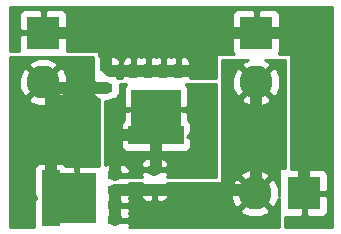
<source format=gbr>
G04 #@! TF.FileFunction,Copper,L1,Top,Signal*
%FSLAX46Y46*%
G04 Gerber Fmt 4.6, Leading zero omitted, Abs format (unit mm)*
G04 Created by KiCad (PCBNEW 4.0.7-e2-6376~58~ubuntu16.04.1) date Thu Jan  4 08:35:36 2018*
%MOMM*%
%LPD*%
G01*
G04 APERTURE LIST*
%ADD10C,0.100000*%
%ADD11R,2.800000X2.800000*%
%ADD12C,2.800000*%
%ADD13R,0.600000X0.900000*%
%ADD14R,0.900000X0.600000*%
%ADD15R,1.150000X0.700000*%
%ADD16R,1.550000X4.700000*%
%ADD17R,3.300000X4.200000*%
%ADD18R,0.700000X1.150000*%
%ADD19R,4.700000X1.550000*%
%ADD20R,4.200000X3.300000*%
%ADD21R,1.000000X0.670000*%
%ADD22C,1.000000*%
%ADD23C,0.254000*%
G04 APERTURE END LIST*
D10*
D11*
X118110000Y-77080000D03*
D12*
X118110000Y-81280000D03*
D11*
X136144000Y-77080000D03*
D12*
X136144000Y-81280000D03*
D11*
X140208000Y-90678000D03*
D12*
X136008000Y-90678000D03*
D13*
X121186000Y-92214000D03*
X122036000Y-92214000D03*
X120336000Y-92214000D03*
X121186000Y-89914000D03*
X122036000Y-89914000D03*
X120336000Y-89914000D03*
X120336000Y-91064000D03*
X122036000Y-91064000D03*
D14*
X118486000Y-92944000D03*
X118486000Y-89184000D03*
X118486000Y-91664000D03*
D15*
X124206000Y-91704000D03*
X124206000Y-92974000D03*
X124206000Y-90424000D03*
D16*
X118736000Y-91064000D03*
D17*
X120936000Y-91064000D03*
D15*
X124206000Y-89154000D03*
D14*
X118486000Y-90464000D03*
D13*
X121186000Y-91064000D03*
D14*
X128792000Y-83312000D03*
X128792000Y-82462000D03*
X128792000Y-84162000D03*
X126492000Y-83312000D03*
X126492000Y-82462000D03*
X126492000Y-84162000D03*
X127642000Y-84162000D03*
X127642000Y-82462000D03*
D13*
X129522000Y-86012000D03*
X125762000Y-86012000D03*
X128242000Y-86012000D03*
D18*
X128282000Y-80292000D03*
X129552000Y-80292000D03*
X127002000Y-80292000D03*
D19*
X127642000Y-85762000D03*
D20*
X127642000Y-83562000D03*
D18*
X125732000Y-80292000D03*
D13*
X127042000Y-86012000D03*
D14*
X127642000Y-83312000D03*
D21*
X127508000Y-90424000D03*
X127508000Y-88674000D03*
X123444000Y-80010000D03*
X123444000Y-81760000D03*
D22*
X136144000Y-77080000D02*
X140090000Y-77080000D01*
X140090000Y-77080000D02*
X140208000Y-77198000D01*
X131572000Y-77216000D02*
X131708000Y-77080000D01*
X131708000Y-77080000D02*
X136144000Y-77080000D01*
X123308000Y-77080000D02*
X123444000Y-77216000D01*
X123444000Y-77216000D02*
X123444000Y-80010000D01*
X118110000Y-77080000D02*
X123308000Y-77080000D01*
X140208000Y-77198000D02*
X140208000Y-90678000D01*
X131572000Y-80264000D02*
X131572000Y-77216000D01*
X131544000Y-80292000D02*
X131572000Y-80264000D01*
X129552000Y-80292000D02*
X131544000Y-80292000D01*
X125732000Y-80292000D02*
X123726000Y-80292000D01*
X123726000Y-80292000D02*
X123444000Y-80010000D01*
X128282000Y-80292000D02*
X129552000Y-80292000D01*
X127002000Y-80292000D02*
X128282000Y-80292000D01*
X125732000Y-80292000D02*
X127002000Y-80292000D01*
X123444000Y-77960000D02*
X123444000Y-80010000D01*
X118736000Y-91064000D02*
X118736000Y-81906000D01*
X118736000Y-81906000D02*
X118110000Y-81280000D01*
X123444000Y-81760000D02*
X118590000Y-81760000D01*
X118590000Y-81760000D02*
X118110000Y-81280000D01*
X120936000Y-91064000D02*
X118736000Y-91064000D01*
X136144000Y-81280000D02*
X136144000Y-90542000D01*
X136144000Y-90542000D02*
X136008000Y-90678000D01*
X127508000Y-90424000D02*
X135754000Y-90424000D01*
X135754000Y-90424000D02*
X136008000Y-90678000D01*
X124206000Y-90424000D02*
X127508000Y-90424000D01*
X124206000Y-91704000D02*
X124206000Y-92974000D01*
X124206000Y-90424000D02*
X124206000Y-91704000D01*
X135500000Y-90170000D02*
X136008000Y-90678000D01*
X127642000Y-83562000D02*
X127642000Y-88540000D01*
X127642000Y-88540000D02*
X127508000Y-88674000D01*
X127642000Y-85762000D02*
X127642000Y-83562000D01*
X124206000Y-89154000D02*
X124206000Y-85756000D01*
X124206000Y-85756000D02*
X124212000Y-85762000D01*
X124212000Y-85762000D02*
X124292000Y-85762000D01*
X124292000Y-85762000D02*
X127642000Y-85762000D01*
D23*
G36*
X132715000Y-89289000D02*
X128579339Y-89289000D01*
X128643000Y-89135309D01*
X128643000Y-88959750D01*
X128484250Y-88801000D01*
X127635000Y-88801000D01*
X127635000Y-88821000D01*
X127381000Y-88821000D01*
X127381000Y-88801000D01*
X126531750Y-88801000D01*
X126373000Y-88959750D01*
X126373000Y-89135309D01*
X126436661Y-89289000D01*
X125265250Y-89289000D01*
X125257250Y-89281000D01*
X124333000Y-89281000D01*
X124333000Y-89289000D01*
X124206000Y-89289000D01*
X124145672Y-89301000D01*
X124079000Y-89301000D01*
X124079000Y-89281000D01*
X124059000Y-89281000D01*
X124059000Y-89027000D01*
X124079000Y-89027000D01*
X124079000Y-88327750D01*
X124333000Y-88327750D01*
X124333000Y-89027000D01*
X125257250Y-89027000D01*
X125416000Y-88868250D01*
X125416000Y-88677691D01*
X125319327Y-88444302D01*
X125140699Y-88265673D01*
X125012790Y-88212691D01*
X126373000Y-88212691D01*
X126373000Y-88388250D01*
X126531750Y-88547000D01*
X127381000Y-88547000D01*
X127381000Y-87862750D01*
X127635000Y-87862750D01*
X127635000Y-88547000D01*
X128484250Y-88547000D01*
X128643000Y-88388250D01*
X128643000Y-88212691D01*
X128546327Y-87979302D01*
X128367699Y-87800673D01*
X128134310Y-87704000D01*
X127793750Y-87704000D01*
X127635000Y-87862750D01*
X127381000Y-87862750D01*
X127222250Y-87704000D01*
X126881690Y-87704000D01*
X126648301Y-87800673D01*
X126469673Y-87979302D01*
X126373000Y-88212691D01*
X125012790Y-88212691D01*
X124907310Y-88169000D01*
X124491750Y-88169000D01*
X124333000Y-88327750D01*
X124079000Y-88327750D01*
X123920250Y-88169000D01*
X123504690Y-88169000D01*
X123317000Y-88246744D01*
X123317000Y-82895000D01*
X123444000Y-82895000D01*
X123878346Y-82808603D01*
X123990445Y-82733701D01*
X124179317Y-82698162D01*
X124215053Y-82675167D01*
X124255410Y-82666994D01*
X124297035Y-82638553D01*
X124314761Y-82611006D01*
X124395441Y-82559090D01*
X124540431Y-82346890D01*
X124591440Y-82095000D01*
X124591440Y-81427000D01*
X125076791Y-81427000D01*
X125107792Y-81448182D01*
X125003673Y-81552301D01*
X124907000Y-81785690D01*
X124907000Y-83276250D01*
X125065750Y-83435000D01*
X125407000Y-83435000D01*
X125407000Y-83439002D01*
X125565748Y-83439002D01*
X125407000Y-83597750D01*
X125407000Y-83689000D01*
X125065750Y-83689000D01*
X124907000Y-83847750D01*
X124907000Y-84473975D01*
X124753673Y-84627301D01*
X124657000Y-84860690D01*
X124657000Y-85476250D01*
X124815750Y-85635000D01*
X124827000Y-85635000D01*
X124827000Y-85726250D01*
X124985748Y-85884998D01*
X124827000Y-85884998D01*
X124827000Y-85889000D01*
X124815750Y-85889000D01*
X124657000Y-86047750D01*
X124657000Y-86663310D01*
X124753673Y-86896699D01*
X124932302Y-87075327D01*
X125165691Y-87172000D01*
X127356250Y-87172000D01*
X127431250Y-87097000D01*
X127468309Y-87097000D01*
X127642000Y-87025055D01*
X127815691Y-87097000D01*
X127852750Y-87097000D01*
X127927750Y-87172000D01*
X130118309Y-87172000D01*
X130351698Y-87075327D01*
X130530327Y-86896699D01*
X130627000Y-86663310D01*
X130627000Y-86047750D01*
X130468250Y-85889000D01*
X130457000Y-85889000D01*
X130457000Y-85884998D01*
X130298252Y-85884998D01*
X130457000Y-85726250D01*
X130457000Y-85635000D01*
X130468250Y-85635000D01*
X130627000Y-85476250D01*
X130627000Y-84860690D01*
X130530327Y-84627301D01*
X130377000Y-84473975D01*
X130377000Y-83847750D01*
X130218250Y-83689000D01*
X129877000Y-83689000D01*
X129877000Y-83597750D01*
X129718252Y-83439002D01*
X129877000Y-83439002D01*
X129877000Y-83435000D01*
X130218250Y-83435000D01*
X130377000Y-83276250D01*
X130377000Y-81785690D01*
X130280327Y-81552301D01*
X130174354Y-81446329D01*
X130204393Y-81427000D01*
X131544000Y-81427000D01*
X131644547Y-81407000D01*
X132715000Y-81407000D01*
X132715000Y-89289000D01*
X132715000Y-89289000D01*
G37*
X132715000Y-89289000D02*
X128579339Y-89289000D01*
X128643000Y-89135309D01*
X128643000Y-88959750D01*
X128484250Y-88801000D01*
X127635000Y-88801000D01*
X127635000Y-88821000D01*
X127381000Y-88821000D01*
X127381000Y-88801000D01*
X126531750Y-88801000D01*
X126373000Y-88959750D01*
X126373000Y-89135309D01*
X126436661Y-89289000D01*
X125265250Y-89289000D01*
X125257250Y-89281000D01*
X124333000Y-89281000D01*
X124333000Y-89289000D01*
X124206000Y-89289000D01*
X124145672Y-89301000D01*
X124079000Y-89301000D01*
X124079000Y-89281000D01*
X124059000Y-89281000D01*
X124059000Y-89027000D01*
X124079000Y-89027000D01*
X124079000Y-88327750D01*
X124333000Y-88327750D01*
X124333000Y-89027000D01*
X125257250Y-89027000D01*
X125416000Y-88868250D01*
X125416000Y-88677691D01*
X125319327Y-88444302D01*
X125140699Y-88265673D01*
X125012790Y-88212691D01*
X126373000Y-88212691D01*
X126373000Y-88388250D01*
X126531750Y-88547000D01*
X127381000Y-88547000D01*
X127381000Y-87862750D01*
X127635000Y-87862750D01*
X127635000Y-88547000D01*
X128484250Y-88547000D01*
X128643000Y-88388250D01*
X128643000Y-88212691D01*
X128546327Y-87979302D01*
X128367699Y-87800673D01*
X128134310Y-87704000D01*
X127793750Y-87704000D01*
X127635000Y-87862750D01*
X127381000Y-87862750D01*
X127222250Y-87704000D01*
X126881690Y-87704000D01*
X126648301Y-87800673D01*
X126469673Y-87979302D01*
X126373000Y-88212691D01*
X125012790Y-88212691D01*
X124907310Y-88169000D01*
X124491750Y-88169000D01*
X124333000Y-88327750D01*
X124079000Y-88327750D01*
X123920250Y-88169000D01*
X123504690Y-88169000D01*
X123317000Y-88246744D01*
X123317000Y-82895000D01*
X123444000Y-82895000D01*
X123878346Y-82808603D01*
X123990445Y-82733701D01*
X124179317Y-82698162D01*
X124215053Y-82675167D01*
X124255410Y-82666994D01*
X124297035Y-82638553D01*
X124314761Y-82611006D01*
X124395441Y-82559090D01*
X124540431Y-82346890D01*
X124591440Y-82095000D01*
X124591440Y-81427000D01*
X125076791Y-81427000D01*
X125107792Y-81448182D01*
X125003673Y-81552301D01*
X124907000Y-81785690D01*
X124907000Y-83276250D01*
X125065750Y-83435000D01*
X125407000Y-83435000D01*
X125407000Y-83439002D01*
X125565748Y-83439002D01*
X125407000Y-83597750D01*
X125407000Y-83689000D01*
X125065750Y-83689000D01*
X124907000Y-83847750D01*
X124907000Y-84473975D01*
X124753673Y-84627301D01*
X124657000Y-84860690D01*
X124657000Y-85476250D01*
X124815750Y-85635000D01*
X124827000Y-85635000D01*
X124827000Y-85726250D01*
X124985748Y-85884998D01*
X124827000Y-85884998D01*
X124827000Y-85889000D01*
X124815750Y-85889000D01*
X124657000Y-86047750D01*
X124657000Y-86663310D01*
X124753673Y-86896699D01*
X124932302Y-87075327D01*
X125165691Y-87172000D01*
X127356250Y-87172000D01*
X127431250Y-87097000D01*
X127468309Y-87097000D01*
X127642000Y-87025055D01*
X127815691Y-87097000D01*
X127852750Y-87097000D01*
X127927750Y-87172000D01*
X130118309Y-87172000D01*
X130351698Y-87075327D01*
X130530327Y-86896699D01*
X130627000Y-86663310D01*
X130627000Y-86047750D01*
X130468250Y-85889000D01*
X130457000Y-85889000D01*
X130457000Y-85884998D01*
X130298252Y-85884998D01*
X130457000Y-85726250D01*
X130457000Y-85635000D01*
X130468250Y-85635000D01*
X130627000Y-85476250D01*
X130627000Y-84860690D01*
X130530327Y-84627301D01*
X130377000Y-84473975D01*
X130377000Y-83847750D01*
X130218250Y-83689000D01*
X129877000Y-83689000D01*
X129877000Y-83597750D01*
X129718252Y-83439002D01*
X129877000Y-83439002D01*
X129877000Y-83435000D01*
X130218250Y-83435000D01*
X130377000Y-83276250D01*
X130377000Y-81785690D01*
X130280327Y-81552301D01*
X130174354Y-81446329D01*
X130204393Y-81427000D01*
X131544000Y-81427000D01*
X131644547Y-81407000D01*
X132715000Y-81407000D01*
X132715000Y-89289000D01*
G36*
X127769000Y-83535750D02*
X127707000Y-83597750D01*
X127707000Y-83709000D01*
X127577000Y-83709000D01*
X127577000Y-83597750D01*
X127515000Y-83535750D01*
X127515000Y-83415000D01*
X127769000Y-83415000D01*
X127769000Y-83535750D01*
X127769000Y-83535750D01*
G37*
X127769000Y-83535750D02*
X127707000Y-83597750D01*
X127707000Y-83709000D01*
X127577000Y-83709000D01*
X127577000Y-83597750D01*
X127515000Y-83535750D01*
X127515000Y-83415000D01*
X127769000Y-83415000D01*
X127769000Y-83535750D01*
G36*
X116710000Y-79127440D02*
X119510000Y-79127440D01*
X119544226Y-79121000D01*
X122301000Y-79121000D01*
X122301000Y-79653074D01*
X122296560Y-79675000D01*
X122296560Y-80345000D01*
X122301000Y-80368597D01*
X122301000Y-81026000D01*
X122311006Y-81075410D01*
X122339447Y-81117035D01*
X122374817Y-81139795D01*
X122309000Y-81298691D01*
X122309000Y-81474250D01*
X122467750Y-81633000D01*
X123317000Y-81633000D01*
X123317000Y-81613000D01*
X123571000Y-81613000D01*
X123571000Y-81633000D01*
X123591000Y-81633000D01*
X123591000Y-81887000D01*
X123571000Y-81887000D01*
X123571000Y-81907000D01*
X123317000Y-81907000D01*
X123317000Y-81887000D01*
X122467750Y-81887000D01*
X122309000Y-82045750D01*
X122309000Y-82221309D01*
X122405673Y-82454698D01*
X122584301Y-82633327D01*
X122809000Y-82726400D01*
X122809000Y-88369050D01*
X122712310Y-88329000D01*
X121221750Y-88329000D01*
X121063000Y-88487750D01*
X121063000Y-88829000D01*
X121058998Y-88829000D01*
X121058998Y-88987748D01*
X120900250Y-88829000D01*
X120809000Y-88829000D01*
X120809000Y-88487750D01*
X120650250Y-88329000D01*
X120024025Y-88329000D01*
X119870699Y-88175673D01*
X119637310Y-88079000D01*
X119021750Y-88079000D01*
X118863000Y-88237750D01*
X118863000Y-88249000D01*
X118771750Y-88249000D01*
X118613002Y-88407748D01*
X118613002Y-88249000D01*
X118609000Y-88249000D01*
X118609000Y-88237750D01*
X118450250Y-88079000D01*
X117834690Y-88079000D01*
X117601301Y-88175673D01*
X117422673Y-88354302D01*
X117326000Y-88587691D01*
X117326000Y-90778250D01*
X117401000Y-90853250D01*
X117401000Y-90890309D01*
X117472945Y-91064000D01*
X117401000Y-91237691D01*
X117401000Y-91274750D01*
X117326000Y-91349750D01*
X117326000Y-93524000D01*
X115264000Y-93524000D01*
X115264000Y-82721724D01*
X116847882Y-82721724D01*
X116995455Y-83030106D01*
X117750031Y-83323405D01*
X118559409Y-83305614D01*
X119224545Y-83030106D01*
X119372118Y-82721724D01*
X118110000Y-81459605D01*
X116847882Y-82721724D01*
X115264000Y-82721724D01*
X115264000Y-80920031D01*
X116066595Y-80920031D01*
X116084386Y-81729409D01*
X116359894Y-82394545D01*
X116668276Y-82542118D01*
X117930395Y-81280000D01*
X118289605Y-81280000D01*
X119551724Y-82542118D01*
X119860106Y-82394545D01*
X120153405Y-81639969D01*
X120135614Y-80830591D01*
X119860106Y-80165455D01*
X119551724Y-80017882D01*
X118289605Y-81280000D01*
X117930395Y-81280000D01*
X116668276Y-80017882D01*
X116359894Y-80165455D01*
X116066595Y-80920031D01*
X115264000Y-80920031D01*
X115264000Y-79838276D01*
X116847882Y-79838276D01*
X118110000Y-81100395D01*
X119372118Y-79838276D01*
X119224545Y-79529894D01*
X118469969Y-79236595D01*
X117660591Y-79254386D01*
X116995455Y-79529894D01*
X116847882Y-79838276D01*
X115264000Y-79838276D01*
X115264000Y-79121000D01*
X116678198Y-79121000D01*
X116710000Y-79127440D01*
X116710000Y-79127440D01*
G37*
X116710000Y-79127440D02*
X119510000Y-79127440D01*
X119544226Y-79121000D01*
X122301000Y-79121000D01*
X122301000Y-79653074D01*
X122296560Y-79675000D01*
X122296560Y-80345000D01*
X122301000Y-80368597D01*
X122301000Y-81026000D01*
X122311006Y-81075410D01*
X122339447Y-81117035D01*
X122374817Y-81139795D01*
X122309000Y-81298691D01*
X122309000Y-81474250D01*
X122467750Y-81633000D01*
X123317000Y-81633000D01*
X123317000Y-81613000D01*
X123571000Y-81613000D01*
X123571000Y-81633000D01*
X123591000Y-81633000D01*
X123591000Y-81887000D01*
X123571000Y-81887000D01*
X123571000Y-81907000D01*
X123317000Y-81907000D01*
X123317000Y-81887000D01*
X122467750Y-81887000D01*
X122309000Y-82045750D01*
X122309000Y-82221309D01*
X122405673Y-82454698D01*
X122584301Y-82633327D01*
X122809000Y-82726400D01*
X122809000Y-88369050D01*
X122712310Y-88329000D01*
X121221750Y-88329000D01*
X121063000Y-88487750D01*
X121063000Y-88829000D01*
X121058998Y-88829000D01*
X121058998Y-88987748D01*
X120900250Y-88829000D01*
X120809000Y-88829000D01*
X120809000Y-88487750D01*
X120650250Y-88329000D01*
X120024025Y-88329000D01*
X119870699Y-88175673D01*
X119637310Y-88079000D01*
X119021750Y-88079000D01*
X118863000Y-88237750D01*
X118863000Y-88249000D01*
X118771750Y-88249000D01*
X118613002Y-88407748D01*
X118613002Y-88249000D01*
X118609000Y-88249000D01*
X118609000Y-88237750D01*
X118450250Y-88079000D01*
X117834690Y-88079000D01*
X117601301Y-88175673D01*
X117422673Y-88354302D01*
X117326000Y-88587691D01*
X117326000Y-90778250D01*
X117401000Y-90853250D01*
X117401000Y-90890309D01*
X117472945Y-91064000D01*
X117401000Y-91237691D01*
X117401000Y-91274750D01*
X117326000Y-91349750D01*
X117326000Y-93524000D01*
X115264000Y-93524000D01*
X115264000Y-82721724D01*
X116847882Y-82721724D01*
X116995455Y-83030106D01*
X117750031Y-83323405D01*
X118559409Y-83305614D01*
X119224545Y-83030106D01*
X119372118Y-82721724D01*
X118110000Y-81459605D01*
X116847882Y-82721724D01*
X115264000Y-82721724D01*
X115264000Y-80920031D01*
X116066595Y-80920031D01*
X116084386Y-81729409D01*
X116359894Y-82394545D01*
X116668276Y-82542118D01*
X117930395Y-81280000D01*
X118289605Y-81280000D01*
X119551724Y-82542118D01*
X119860106Y-82394545D01*
X120153405Y-81639969D01*
X120135614Y-80830591D01*
X119860106Y-80165455D01*
X119551724Y-80017882D01*
X118289605Y-81280000D01*
X117930395Y-81280000D01*
X116668276Y-80017882D01*
X116359894Y-80165455D01*
X116066595Y-80920031D01*
X115264000Y-80920031D01*
X115264000Y-79838276D01*
X116847882Y-79838276D01*
X118110000Y-81100395D01*
X119372118Y-79838276D01*
X119224545Y-79529894D01*
X118469969Y-79236595D01*
X117660591Y-79254386D01*
X116995455Y-79529894D01*
X116847882Y-79838276D01*
X115264000Y-79838276D01*
X115264000Y-79121000D01*
X116678198Y-79121000D01*
X116710000Y-79127440D01*
G36*
X121083000Y-91191000D02*
X120962250Y-91191000D01*
X120900250Y-91129000D01*
X120789000Y-91129000D01*
X120789000Y-90999000D01*
X120900250Y-90999000D01*
X120962250Y-90937000D01*
X121083000Y-90937000D01*
X121083000Y-91191000D01*
X121083000Y-91191000D01*
G37*
X121083000Y-91191000D02*
X120962250Y-91191000D01*
X120900250Y-91129000D01*
X120789000Y-91129000D01*
X120789000Y-90999000D01*
X120900250Y-90999000D01*
X120962250Y-90937000D01*
X121083000Y-90937000D01*
X121083000Y-91191000D01*
G36*
X135029455Y-79529894D02*
X134881882Y-79838276D01*
X136144000Y-81100395D01*
X137406118Y-79838276D01*
X137258545Y-79529894D01*
X136860046Y-79375000D01*
X138557000Y-79375000D01*
X138557000Y-88519000D01*
X138176000Y-88519000D01*
X138126590Y-88529006D01*
X138084965Y-88557447D01*
X138057685Y-88599841D01*
X138049000Y-88646000D01*
X138049000Y-90928557D01*
X138033614Y-90228591D01*
X137758106Y-89563455D01*
X137449724Y-89415882D01*
X136187605Y-90678000D01*
X137449724Y-91940118D01*
X137758106Y-91792545D01*
X138049000Y-91044156D01*
X138049000Y-93524000D01*
X125385476Y-93524000D01*
X125416000Y-93450309D01*
X125416000Y-93259750D01*
X125257250Y-93101000D01*
X124333000Y-93101000D01*
X124333000Y-93121000D01*
X124079000Y-93121000D01*
X124079000Y-93101000D01*
X124059000Y-93101000D01*
X124059000Y-92847000D01*
X124079000Y-92847000D01*
X124079000Y-91831000D01*
X124333000Y-91831000D01*
X124333000Y-92847000D01*
X125257250Y-92847000D01*
X125416000Y-92688250D01*
X125416000Y-92497691D01*
X125350268Y-92339000D01*
X125416000Y-92180309D01*
X125416000Y-92119724D01*
X134745882Y-92119724D01*
X134893455Y-92428106D01*
X135648031Y-92721405D01*
X136457409Y-92703614D01*
X137122545Y-92428106D01*
X137270118Y-92119724D01*
X136008000Y-90857605D01*
X134745882Y-92119724D01*
X125416000Y-92119724D01*
X125416000Y-91989750D01*
X125257250Y-91831000D01*
X124333000Y-91831000D01*
X124079000Y-91831000D01*
X124059000Y-91831000D01*
X124059000Y-91577000D01*
X124079000Y-91577000D01*
X124079000Y-90551000D01*
X124333000Y-90551000D01*
X124333000Y-91577000D01*
X125257250Y-91577000D01*
X125416000Y-91418250D01*
X125416000Y-91227691D01*
X125348197Y-91064000D01*
X125416000Y-90900309D01*
X125416000Y-90709750D01*
X126373000Y-90709750D01*
X126373000Y-90885309D01*
X126469673Y-91118698D01*
X126648301Y-91297327D01*
X126881690Y-91394000D01*
X127222250Y-91394000D01*
X127381000Y-91235250D01*
X127381000Y-90551000D01*
X127635000Y-90551000D01*
X127635000Y-91235250D01*
X127793750Y-91394000D01*
X128134310Y-91394000D01*
X128367699Y-91297327D01*
X128546327Y-91118698D01*
X128643000Y-90885309D01*
X128643000Y-90709750D01*
X128484250Y-90551000D01*
X127635000Y-90551000D01*
X127381000Y-90551000D01*
X126531750Y-90551000D01*
X126373000Y-90709750D01*
X125416000Y-90709750D01*
X125257250Y-90551000D01*
X124333000Y-90551000D01*
X124079000Y-90551000D01*
X124059000Y-90551000D01*
X124059000Y-90318031D01*
X133964595Y-90318031D01*
X133982386Y-91127409D01*
X134257894Y-91792545D01*
X134566276Y-91940118D01*
X135828395Y-90678000D01*
X134566276Y-89415882D01*
X134257894Y-89563455D01*
X133964595Y-90318031D01*
X124059000Y-90318031D01*
X124059000Y-90297000D01*
X124079000Y-90297000D01*
X124079000Y-90277000D01*
X124145672Y-90277000D01*
X124206000Y-90289000D01*
X124266328Y-90277000D01*
X124333000Y-90277000D01*
X124333000Y-90297000D01*
X125257250Y-90297000D01*
X125416000Y-90138250D01*
X125416000Y-89947691D01*
X125351981Y-89793137D01*
X125354808Y-89789000D01*
X126444945Y-89789000D01*
X126373000Y-89962691D01*
X126373000Y-90138250D01*
X126531750Y-90297000D01*
X127381000Y-90297000D01*
X127381000Y-90277000D01*
X127635000Y-90277000D01*
X127635000Y-90297000D01*
X128484250Y-90297000D01*
X128643000Y-90138250D01*
X128643000Y-89962691D01*
X128571055Y-89789000D01*
X133096000Y-89789000D01*
X133145410Y-89778994D01*
X133187035Y-89750553D01*
X133214315Y-89708159D01*
X133223000Y-89662000D01*
X133223000Y-89236276D01*
X134745882Y-89236276D01*
X136008000Y-90498395D01*
X137270118Y-89236276D01*
X137122545Y-88927894D01*
X136367969Y-88634595D01*
X135558591Y-88652386D01*
X134893455Y-88927894D01*
X134745882Y-89236276D01*
X133223000Y-89236276D01*
X133223000Y-82721724D01*
X134881882Y-82721724D01*
X135029455Y-83030106D01*
X135784031Y-83323405D01*
X136593409Y-83305614D01*
X137258545Y-83030106D01*
X137406118Y-82721724D01*
X136144000Y-81459605D01*
X134881882Y-82721724D01*
X133223000Y-82721724D01*
X133223000Y-80920031D01*
X134100595Y-80920031D01*
X134118386Y-81729409D01*
X134393894Y-82394545D01*
X134702276Y-82542118D01*
X135964395Y-81280000D01*
X136323605Y-81280000D01*
X137585724Y-82542118D01*
X137894106Y-82394545D01*
X138187405Y-81639969D01*
X138169614Y-80830591D01*
X137894106Y-80165455D01*
X137585724Y-80017882D01*
X136323605Y-81280000D01*
X135964395Y-81280000D01*
X134702276Y-80017882D01*
X134393894Y-80165455D01*
X134100595Y-80920031D01*
X133223000Y-80920031D01*
X133223000Y-79375000D01*
X135403403Y-79375000D01*
X135029455Y-79529894D01*
X135029455Y-79529894D01*
G37*
X135029455Y-79529894D02*
X134881882Y-79838276D01*
X136144000Y-81100395D01*
X137406118Y-79838276D01*
X137258545Y-79529894D01*
X136860046Y-79375000D01*
X138557000Y-79375000D01*
X138557000Y-88519000D01*
X138176000Y-88519000D01*
X138126590Y-88529006D01*
X138084965Y-88557447D01*
X138057685Y-88599841D01*
X138049000Y-88646000D01*
X138049000Y-90928557D01*
X138033614Y-90228591D01*
X137758106Y-89563455D01*
X137449724Y-89415882D01*
X136187605Y-90678000D01*
X137449724Y-91940118D01*
X137758106Y-91792545D01*
X138049000Y-91044156D01*
X138049000Y-93524000D01*
X125385476Y-93524000D01*
X125416000Y-93450309D01*
X125416000Y-93259750D01*
X125257250Y-93101000D01*
X124333000Y-93101000D01*
X124333000Y-93121000D01*
X124079000Y-93121000D01*
X124079000Y-93101000D01*
X124059000Y-93101000D01*
X124059000Y-92847000D01*
X124079000Y-92847000D01*
X124079000Y-91831000D01*
X124333000Y-91831000D01*
X124333000Y-92847000D01*
X125257250Y-92847000D01*
X125416000Y-92688250D01*
X125416000Y-92497691D01*
X125350268Y-92339000D01*
X125416000Y-92180309D01*
X125416000Y-92119724D01*
X134745882Y-92119724D01*
X134893455Y-92428106D01*
X135648031Y-92721405D01*
X136457409Y-92703614D01*
X137122545Y-92428106D01*
X137270118Y-92119724D01*
X136008000Y-90857605D01*
X134745882Y-92119724D01*
X125416000Y-92119724D01*
X125416000Y-91989750D01*
X125257250Y-91831000D01*
X124333000Y-91831000D01*
X124079000Y-91831000D01*
X124059000Y-91831000D01*
X124059000Y-91577000D01*
X124079000Y-91577000D01*
X124079000Y-90551000D01*
X124333000Y-90551000D01*
X124333000Y-91577000D01*
X125257250Y-91577000D01*
X125416000Y-91418250D01*
X125416000Y-91227691D01*
X125348197Y-91064000D01*
X125416000Y-90900309D01*
X125416000Y-90709750D01*
X126373000Y-90709750D01*
X126373000Y-90885309D01*
X126469673Y-91118698D01*
X126648301Y-91297327D01*
X126881690Y-91394000D01*
X127222250Y-91394000D01*
X127381000Y-91235250D01*
X127381000Y-90551000D01*
X127635000Y-90551000D01*
X127635000Y-91235250D01*
X127793750Y-91394000D01*
X128134310Y-91394000D01*
X128367699Y-91297327D01*
X128546327Y-91118698D01*
X128643000Y-90885309D01*
X128643000Y-90709750D01*
X128484250Y-90551000D01*
X127635000Y-90551000D01*
X127381000Y-90551000D01*
X126531750Y-90551000D01*
X126373000Y-90709750D01*
X125416000Y-90709750D01*
X125257250Y-90551000D01*
X124333000Y-90551000D01*
X124079000Y-90551000D01*
X124059000Y-90551000D01*
X124059000Y-90318031D01*
X133964595Y-90318031D01*
X133982386Y-91127409D01*
X134257894Y-91792545D01*
X134566276Y-91940118D01*
X135828395Y-90678000D01*
X134566276Y-89415882D01*
X134257894Y-89563455D01*
X133964595Y-90318031D01*
X124059000Y-90318031D01*
X124059000Y-90297000D01*
X124079000Y-90297000D01*
X124079000Y-90277000D01*
X124145672Y-90277000D01*
X124206000Y-90289000D01*
X124266328Y-90277000D01*
X124333000Y-90277000D01*
X124333000Y-90297000D01*
X125257250Y-90297000D01*
X125416000Y-90138250D01*
X125416000Y-89947691D01*
X125351981Y-89793137D01*
X125354808Y-89789000D01*
X126444945Y-89789000D01*
X126373000Y-89962691D01*
X126373000Y-90138250D01*
X126531750Y-90297000D01*
X127381000Y-90297000D01*
X127381000Y-90277000D01*
X127635000Y-90277000D01*
X127635000Y-90297000D01*
X128484250Y-90297000D01*
X128643000Y-90138250D01*
X128643000Y-89962691D01*
X128571055Y-89789000D01*
X133096000Y-89789000D01*
X133145410Y-89778994D01*
X133187035Y-89750553D01*
X133214315Y-89708159D01*
X133223000Y-89662000D01*
X133223000Y-89236276D01*
X134745882Y-89236276D01*
X136008000Y-90498395D01*
X137270118Y-89236276D01*
X137122545Y-88927894D01*
X136367969Y-88634595D01*
X135558591Y-88652386D01*
X134893455Y-88927894D01*
X134745882Y-89236276D01*
X133223000Y-89236276D01*
X133223000Y-82721724D01*
X134881882Y-82721724D01*
X135029455Y-83030106D01*
X135784031Y-83323405D01*
X136593409Y-83305614D01*
X137258545Y-83030106D01*
X137406118Y-82721724D01*
X136144000Y-81459605D01*
X134881882Y-82721724D01*
X133223000Y-82721724D01*
X133223000Y-80920031D01*
X134100595Y-80920031D01*
X134118386Y-81729409D01*
X134393894Y-82394545D01*
X134702276Y-82542118D01*
X135964395Y-81280000D01*
X136323605Y-81280000D01*
X137585724Y-82542118D01*
X137894106Y-82394545D01*
X138187405Y-81639969D01*
X138169614Y-80830591D01*
X137894106Y-80165455D01*
X137585724Y-80017882D01*
X136323605Y-81280000D01*
X135964395Y-81280000D01*
X134702276Y-80017882D01*
X134393894Y-80165455D01*
X134100595Y-80920031D01*
X133223000Y-80920031D01*
X133223000Y-79375000D01*
X135403403Y-79375000D01*
X135029455Y-79529894D01*
G36*
X142546000Y-93524000D02*
X138557000Y-93524000D01*
X138557000Y-92661352D01*
X138681690Y-92713000D01*
X139922250Y-92713000D01*
X140081000Y-92554250D01*
X140081000Y-90805000D01*
X140335000Y-90805000D01*
X140335000Y-92554250D01*
X140493750Y-92713000D01*
X141734310Y-92713000D01*
X141967699Y-92616327D01*
X142146327Y-92437698D01*
X142243000Y-92204309D01*
X142243000Y-90963750D01*
X142084250Y-90805000D01*
X140335000Y-90805000D01*
X140081000Y-90805000D01*
X140061000Y-90805000D01*
X140061000Y-90551000D01*
X140081000Y-90551000D01*
X140081000Y-88801750D01*
X140335000Y-88801750D01*
X140335000Y-90551000D01*
X142084250Y-90551000D01*
X142243000Y-90392250D01*
X142243000Y-89151691D01*
X142146327Y-88918302D01*
X141967699Y-88739673D01*
X141734310Y-88643000D01*
X140493750Y-88643000D01*
X140335000Y-88801750D01*
X140081000Y-88801750D01*
X139922250Y-88643000D01*
X139065000Y-88643000D01*
X139065000Y-78994000D01*
X139054994Y-78944590D01*
X139026553Y-78902965D01*
X138984159Y-78875685D01*
X138938000Y-78867000D01*
X138055026Y-78867000D01*
X138082327Y-78839699D01*
X138179000Y-78606310D01*
X138179000Y-77365750D01*
X138020250Y-77207000D01*
X136271000Y-77207000D01*
X136271000Y-77227000D01*
X136017000Y-77227000D01*
X136017000Y-77207000D01*
X134267750Y-77207000D01*
X134109000Y-77365750D01*
X134109000Y-78606310D01*
X134205673Y-78839699D01*
X134232974Y-78867000D01*
X132842000Y-78867000D01*
X132792590Y-78877006D01*
X132750965Y-78905447D01*
X132723685Y-78947841D01*
X132715000Y-78994000D01*
X132715000Y-80899000D01*
X130537000Y-80899000D01*
X130537000Y-80577750D01*
X130378250Y-80419000D01*
X129679000Y-80419000D01*
X129679000Y-80439000D01*
X129425000Y-80439000D01*
X129425000Y-80419000D01*
X128409000Y-80419000D01*
X128409000Y-80439000D01*
X128155000Y-80439000D01*
X128155000Y-80419000D01*
X127129000Y-80419000D01*
X127129000Y-80439000D01*
X126875000Y-80439000D01*
X126875000Y-80419000D01*
X125859000Y-80419000D01*
X125859000Y-80439000D01*
X125605000Y-80439000D01*
X125605000Y-80419000D01*
X124905750Y-80419000D01*
X124747000Y-80577750D01*
X124747000Y-80899000D01*
X124333000Y-80899000D01*
X124333000Y-80854026D01*
X124482327Y-80704698D01*
X124579000Y-80471309D01*
X124579000Y-80295750D01*
X124420250Y-80137000D01*
X123571000Y-80137000D01*
X123571000Y-80157000D01*
X123317000Y-80157000D01*
X123317000Y-80137000D01*
X123297000Y-80137000D01*
X123297000Y-79883000D01*
X123317000Y-79883000D01*
X123317000Y-79198750D01*
X123571000Y-79198750D01*
X123571000Y-79883000D01*
X124420250Y-79883000D01*
X124579000Y-79724250D01*
X124579000Y-79590690D01*
X124747000Y-79590690D01*
X124747000Y-80006250D01*
X124905750Y-80165000D01*
X125605000Y-80165000D01*
X125605000Y-79240750D01*
X125859000Y-79240750D01*
X125859000Y-80165000D01*
X126875000Y-80165000D01*
X126875000Y-79240750D01*
X127129000Y-79240750D01*
X127129000Y-80165000D01*
X128155000Y-80165000D01*
X128155000Y-79240750D01*
X128409000Y-79240750D01*
X128409000Y-80165000D01*
X129425000Y-80165000D01*
X129425000Y-79240750D01*
X129679000Y-79240750D01*
X129679000Y-80165000D01*
X130378250Y-80165000D01*
X130537000Y-80006250D01*
X130537000Y-79590690D01*
X130440327Y-79357301D01*
X130261698Y-79178673D01*
X130028309Y-79082000D01*
X129837750Y-79082000D01*
X129679000Y-79240750D01*
X129425000Y-79240750D01*
X129266250Y-79082000D01*
X129075691Y-79082000D01*
X128917000Y-79147732D01*
X128758309Y-79082000D01*
X128567750Y-79082000D01*
X128409000Y-79240750D01*
X128155000Y-79240750D01*
X127996250Y-79082000D01*
X127805691Y-79082000D01*
X127642000Y-79149803D01*
X127478309Y-79082000D01*
X127287750Y-79082000D01*
X127129000Y-79240750D01*
X126875000Y-79240750D01*
X126716250Y-79082000D01*
X126525691Y-79082000D01*
X126367000Y-79147732D01*
X126208309Y-79082000D01*
X126017750Y-79082000D01*
X125859000Y-79240750D01*
X125605000Y-79240750D01*
X125446250Y-79082000D01*
X125255691Y-79082000D01*
X125022302Y-79178673D01*
X124843673Y-79357301D01*
X124747000Y-79590690D01*
X124579000Y-79590690D01*
X124579000Y-79548691D01*
X124482327Y-79315302D01*
X124303699Y-79136673D01*
X124070310Y-79040000D01*
X123729750Y-79040000D01*
X123571000Y-79198750D01*
X123317000Y-79198750D01*
X123158250Y-79040000D01*
X122817690Y-79040000D01*
X122809000Y-79043600D01*
X122809000Y-78740000D01*
X122798994Y-78690590D01*
X122770553Y-78648965D01*
X122728159Y-78621685D01*
X122682000Y-78613000D01*
X120142229Y-78613000D01*
X120145000Y-78606310D01*
X120145000Y-77365750D01*
X119986250Y-77207000D01*
X118237000Y-77207000D01*
X118237000Y-77227000D01*
X117983000Y-77227000D01*
X117983000Y-77207000D01*
X116233750Y-77207000D01*
X116075000Y-77365750D01*
X116075000Y-78606310D01*
X116077771Y-78613000D01*
X115264000Y-78613000D01*
X115264000Y-75553690D01*
X116075000Y-75553690D01*
X116075000Y-76794250D01*
X116233750Y-76953000D01*
X117983000Y-76953000D01*
X117983000Y-75203750D01*
X118237000Y-75203750D01*
X118237000Y-76953000D01*
X119986250Y-76953000D01*
X120145000Y-76794250D01*
X120145000Y-75553690D01*
X134109000Y-75553690D01*
X134109000Y-76794250D01*
X134267750Y-76953000D01*
X136017000Y-76953000D01*
X136017000Y-75203750D01*
X136271000Y-75203750D01*
X136271000Y-76953000D01*
X138020250Y-76953000D01*
X138179000Y-76794250D01*
X138179000Y-75553690D01*
X138082327Y-75320301D01*
X137903698Y-75141673D01*
X137670309Y-75045000D01*
X136429750Y-75045000D01*
X136271000Y-75203750D01*
X136017000Y-75203750D01*
X135858250Y-75045000D01*
X134617691Y-75045000D01*
X134384302Y-75141673D01*
X134205673Y-75320301D01*
X134109000Y-75553690D01*
X120145000Y-75553690D01*
X120048327Y-75320301D01*
X119869698Y-75141673D01*
X119636309Y-75045000D01*
X118395750Y-75045000D01*
X118237000Y-75203750D01*
X117983000Y-75203750D01*
X117824250Y-75045000D01*
X116583691Y-75045000D01*
X116350302Y-75141673D01*
X116171673Y-75320301D01*
X116075000Y-75553690D01*
X115264000Y-75553690D01*
X115264000Y-74878000D01*
X142546000Y-74878000D01*
X142546000Y-93524000D01*
X142546000Y-93524000D01*
G37*
X142546000Y-93524000D02*
X138557000Y-93524000D01*
X138557000Y-92661352D01*
X138681690Y-92713000D01*
X139922250Y-92713000D01*
X140081000Y-92554250D01*
X140081000Y-90805000D01*
X140335000Y-90805000D01*
X140335000Y-92554250D01*
X140493750Y-92713000D01*
X141734310Y-92713000D01*
X141967699Y-92616327D01*
X142146327Y-92437698D01*
X142243000Y-92204309D01*
X142243000Y-90963750D01*
X142084250Y-90805000D01*
X140335000Y-90805000D01*
X140081000Y-90805000D01*
X140061000Y-90805000D01*
X140061000Y-90551000D01*
X140081000Y-90551000D01*
X140081000Y-88801750D01*
X140335000Y-88801750D01*
X140335000Y-90551000D01*
X142084250Y-90551000D01*
X142243000Y-90392250D01*
X142243000Y-89151691D01*
X142146327Y-88918302D01*
X141967699Y-88739673D01*
X141734310Y-88643000D01*
X140493750Y-88643000D01*
X140335000Y-88801750D01*
X140081000Y-88801750D01*
X139922250Y-88643000D01*
X139065000Y-88643000D01*
X139065000Y-78994000D01*
X139054994Y-78944590D01*
X139026553Y-78902965D01*
X138984159Y-78875685D01*
X138938000Y-78867000D01*
X138055026Y-78867000D01*
X138082327Y-78839699D01*
X138179000Y-78606310D01*
X138179000Y-77365750D01*
X138020250Y-77207000D01*
X136271000Y-77207000D01*
X136271000Y-77227000D01*
X136017000Y-77227000D01*
X136017000Y-77207000D01*
X134267750Y-77207000D01*
X134109000Y-77365750D01*
X134109000Y-78606310D01*
X134205673Y-78839699D01*
X134232974Y-78867000D01*
X132842000Y-78867000D01*
X132792590Y-78877006D01*
X132750965Y-78905447D01*
X132723685Y-78947841D01*
X132715000Y-78994000D01*
X132715000Y-80899000D01*
X130537000Y-80899000D01*
X130537000Y-80577750D01*
X130378250Y-80419000D01*
X129679000Y-80419000D01*
X129679000Y-80439000D01*
X129425000Y-80439000D01*
X129425000Y-80419000D01*
X128409000Y-80419000D01*
X128409000Y-80439000D01*
X128155000Y-80439000D01*
X128155000Y-80419000D01*
X127129000Y-80419000D01*
X127129000Y-80439000D01*
X126875000Y-80439000D01*
X126875000Y-80419000D01*
X125859000Y-80419000D01*
X125859000Y-80439000D01*
X125605000Y-80439000D01*
X125605000Y-80419000D01*
X124905750Y-80419000D01*
X124747000Y-80577750D01*
X124747000Y-80899000D01*
X124333000Y-80899000D01*
X124333000Y-80854026D01*
X124482327Y-80704698D01*
X124579000Y-80471309D01*
X124579000Y-80295750D01*
X124420250Y-80137000D01*
X123571000Y-80137000D01*
X123571000Y-80157000D01*
X123317000Y-80157000D01*
X123317000Y-80137000D01*
X123297000Y-80137000D01*
X123297000Y-79883000D01*
X123317000Y-79883000D01*
X123317000Y-79198750D01*
X123571000Y-79198750D01*
X123571000Y-79883000D01*
X124420250Y-79883000D01*
X124579000Y-79724250D01*
X124579000Y-79590690D01*
X124747000Y-79590690D01*
X124747000Y-80006250D01*
X124905750Y-80165000D01*
X125605000Y-80165000D01*
X125605000Y-79240750D01*
X125859000Y-79240750D01*
X125859000Y-80165000D01*
X126875000Y-80165000D01*
X126875000Y-79240750D01*
X127129000Y-79240750D01*
X127129000Y-80165000D01*
X128155000Y-80165000D01*
X128155000Y-79240750D01*
X128409000Y-79240750D01*
X128409000Y-80165000D01*
X129425000Y-80165000D01*
X129425000Y-79240750D01*
X129679000Y-79240750D01*
X129679000Y-80165000D01*
X130378250Y-80165000D01*
X130537000Y-80006250D01*
X130537000Y-79590690D01*
X130440327Y-79357301D01*
X130261698Y-79178673D01*
X130028309Y-79082000D01*
X129837750Y-79082000D01*
X129679000Y-79240750D01*
X129425000Y-79240750D01*
X129266250Y-79082000D01*
X129075691Y-79082000D01*
X128917000Y-79147732D01*
X128758309Y-79082000D01*
X128567750Y-79082000D01*
X128409000Y-79240750D01*
X128155000Y-79240750D01*
X127996250Y-79082000D01*
X127805691Y-79082000D01*
X127642000Y-79149803D01*
X127478309Y-79082000D01*
X127287750Y-79082000D01*
X127129000Y-79240750D01*
X126875000Y-79240750D01*
X126716250Y-79082000D01*
X126525691Y-79082000D01*
X126367000Y-79147732D01*
X126208309Y-79082000D01*
X126017750Y-79082000D01*
X125859000Y-79240750D01*
X125605000Y-79240750D01*
X125446250Y-79082000D01*
X125255691Y-79082000D01*
X125022302Y-79178673D01*
X124843673Y-79357301D01*
X124747000Y-79590690D01*
X124579000Y-79590690D01*
X124579000Y-79548691D01*
X124482327Y-79315302D01*
X124303699Y-79136673D01*
X124070310Y-79040000D01*
X123729750Y-79040000D01*
X123571000Y-79198750D01*
X123317000Y-79198750D01*
X123158250Y-79040000D01*
X122817690Y-79040000D01*
X122809000Y-79043600D01*
X122809000Y-78740000D01*
X122798994Y-78690590D01*
X122770553Y-78648965D01*
X122728159Y-78621685D01*
X122682000Y-78613000D01*
X120142229Y-78613000D01*
X120145000Y-78606310D01*
X120145000Y-77365750D01*
X119986250Y-77207000D01*
X118237000Y-77207000D01*
X118237000Y-77227000D01*
X117983000Y-77227000D01*
X117983000Y-77207000D01*
X116233750Y-77207000D01*
X116075000Y-77365750D01*
X116075000Y-78606310D01*
X116077771Y-78613000D01*
X115264000Y-78613000D01*
X115264000Y-75553690D01*
X116075000Y-75553690D01*
X116075000Y-76794250D01*
X116233750Y-76953000D01*
X117983000Y-76953000D01*
X117983000Y-75203750D01*
X118237000Y-75203750D01*
X118237000Y-76953000D01*
X119986250Y-76953000D01*
X120145000Y-76794250D01*
X120145000Y-75553690D01*
X134109000Y-75553690D01*
X134109000Y-76794250D01*
X134267750Y-76953000D01*
X136017000Y-76953000D01*
X136017000Y-75203750D01*
X136271000Y-75203750D01*
X136271000Y-76953000D01*
X138020250Y-76953000D01*
X138179000Y-76794250D01*
X138179000Y-75553690D01*
X138082327Y-75320301D01*
X137903698Y-75141673D01*
X137670309Y-75045000D01*
X136429750Y-75045000D01*
X136271000Y-75203750D01*
X136017000Y-75203750D01*
X135858250Y-75045000D01*
X134617691Y-75045000D01*
X134384302Y-75141673D01*
X134205673Y-75320301D01*
X134109000Y-75553690D01*
X120145000Y-75553690D01*
X120048327Y-75320301D01*
X119869698Y-75141673D01*
X119636309Y-75045000D01*
X118395750Y-75045000D01*
X118237000Y-75203750D01*
X117983000Y-75203750D01*
X117824250Y-75045000D01*
X116583691Y-75045000D01*
X116350302Y-75141673D01*
X116171673Y-75320301D01*
X116075000Y-75553690D01*
X115264000Y-75553690D01*
X115264000Y-74878000D01*
X142546000Y-74878000D01*
X142546000Y-93524000D01*
M02*

</source>
